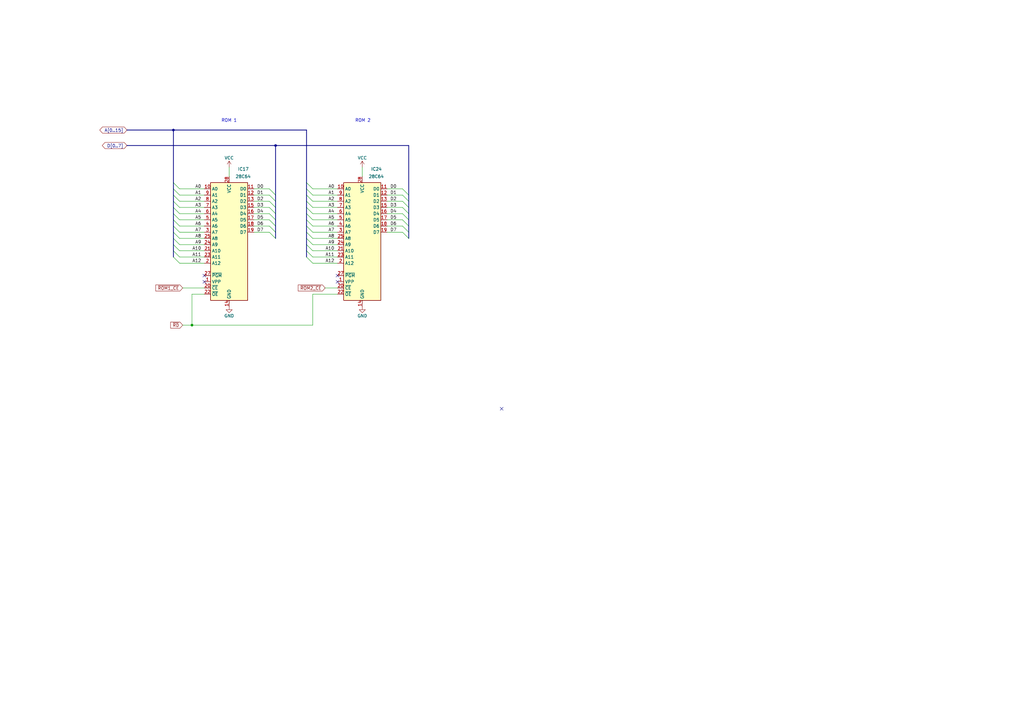
<source format=kicad_sch>
(kicad_sch
	(version 20231120)
	(generator "eeschema")
	(generator_version "8.0")
	(uuid "cfb3617d-21dc-4358-bb99-51f1fc150230")
	(paper "A3")
	(title_block
		(title "EPROMS")
		(rev "1")
	)
	(lib_symbols
		(symbol "Memory_EPROM:2764"
			(exclude_from_sim no)
			(in_bom yes)
			(on_board yes)
			(property "Reference" "U"
				(at -7.62 24.13 0)
				(effects
					(font
						(size 1.27 1.27)
					)
				)
			)
			(property "Value" "2764"
				(at 2.54 -26.67 0)
				(effects
					(font
						(size 1.27 1.27)
					)
					(justify left)
				)
			)
			(property "Footprint" "Package_DIP:DIP-28_W15.24mm"
				(at 0 0 0)
				(effects
					(font
						(size 1.27 1.27)
					)
					(hide yes)
				)
			)
			(property "Datasheet" "https://downloads.reactivemicro.com/Electronics/ROM/2764%20EPROM.pdf"
				(at 0 0 0)
				(effects
					(font
						(size 1.27 1.27)
					)
					(hide yes)
				)
			)
			(property "Description" "EPROM 64 KiBit, [Obsolete 2000-11]"
				(at 0 0 0)
				(effects
					(font
						(size 1.27 1.27)
					)
					(hide yes)
				)
			)
			(property "ki_keywords" "EPROM 64KiBit"
				(at 0 0 0)
				(effects
					(font
						(size 1.27 1.27)
					)
					(hide yes)
				)
			)
			(property "ki_fp_filters" "DIP*W15.24mm*"
				(at 0 0 0)
				(effects
					(font
						(size 1.27 1.27)
					)
					(hide yes)
				)
			)
			(symbol "2764_1_1"
				(rectangle
					(start -7.62 22.86)
					(end 7.62 -25.4)
					(stroke
						(width 0.254)
						(type default)
					)
					(fill
						(type background)
					)
				)
				(pin input line
					(at -10.16 -17.78 0)
					(length 2.54)
					(name "VPP"
						(effects
							(font
								(size 1.27 1.27)
							)
						)
					)
					(number "1"
						(effects
							(font
								(size 1.27 1.27)
							)
						)
					)
				)
				(pin input line
					(at -10.16 20.32 0)
					(length 2.54)
					(name "A0"
						(effects
							(font
								(size 1.27 1.27)
							)
						)
					)
					(number "10"
						(effects
							(font
								(size 1.27 1.27)
							)
						)
					)
				)
				(pin tri_state line
					(at 10.16 20.32 180)
					(length 2.54)
					(name "D0"
						(effects
							(font
								(size 1.27 1.27)
							)
						)
					)
					(number "11"
						(effects
							(font
								(size 1.27 1.27)
							)
						)
					)
				)
				(pin tri_state line
					(at 10.16 17.78 180)
					(length 2.54)
					(name "D1"
						(effects
							(font
								(size 1.27 1.27)
							)
						)
					)
					(number "12"
						(effects
							(font
								(size 1.27 1.27)
							)
						)
					)
				)
				(pin tri_state line
					(at 10.16 15.24 180)
					(length 2.54)
					(name "D2"
						(effects
							(font
								(size 1.27 1.27)
							)
						)
					)
					(number "13"
						(effects
							(font
								(size 1.27 1.27)
							)
						)
					)
				)
				(pin power_in line
					(at 0 -27.94 90)
					(length 2.54)
					(name "GND"
						(effects
							(font
								(size 1.27 1.27)
							)
						)
					)
					(number "14"
						(effects
							(font
								(size 1.27 1.27)
							)
						)
					)
				)
				(pin tri_state line
					(at 10.16 12.7 180)
					(length 2.54)
					(name "D3"
						(effects
							(font
								(size 1.27 1.27)
							)
						)
					)
					(number "15"
						(effects
							(font
								(size 1.27 1.27)
							)
						)
					)
				)
				(pin tri_state line
					(at 10.16 10.16 180)
					(length 2.54)
					(name "D4"
						(effects
							(font
								(size 1.27 1.27)
							)
						)
					)
					(number "16"
						(effects
							(font
								(size 1.27 1.27)
							)
						)
					)
				)
				(pin tri_state line
					(at 10.16 7.62 180)
					(length 2.54)
					(name "D5"
						(effects
							(font
								(size 1.27 1.27)
							)
						)
					)
					(number "17"
						(effects
							(font
								(size 1.27 1.27)
							)
						)
					)
				)
				(pin tri_state line
					(at 10.16 5.08 180)
					(length 2.54)
					(name "D6"
						(effects
							(font
								(size 1.27 1.27)
							)
						)
					)
					(number "18"
						(effects
							(font
								(size 1.27 1.27)
							)
						)
					)
				)
				(pin tri_state line
					(at 10.16 2.54 180)
					(length 2.54)
					(name "D7"
						(effects
							(font
								(size 1.27 1.27)
							)
						)
					)
					(number "19"
						(effects
							(font
								(size 1.27 1.27)
							)
						)
					)
				)
				(pin input line
					(at -10.16 -10.16 0)
					(length 2.54)
					(name "A12"
						(effects
							(font
								(size 1.27 1.27)
							)
						)
					)
					(number "2"
						(effects
							(font
								(size 1.27 1.27)
							)
						)
					)
				)
				(pin input line
					(at -10.16 -20.32 0)
					(length 2.54)
					(name "~{CE}"
						(effects
							(font
								(size 1.27 1.27)
							)
						)
					)
					(number "20"
						(effects
							(font
								(size 1.27 1.27)
							)
						)
					)
				)
				(pin input line
					(at -10.16 -5.08 0)
					(length 2.54)
					(name "A10"
						(effects
							(font
								(size 1.27 1.27)
							)
						)
					)
					(number "21"
						(effects
							(font
								(size 1.27 1.27)
							)
						)
					)
				)
				(pin input line
					(at -10.16 -22.86 0)
					(length 2.54)
					(name "~{OE}"
						(effects
							(font
								(size 1.27 1.27)
							)
						)
					)
					(number "22"
						(effects
							(font
								(size 1.27 1.27)
							)
						)
					)
				)
				(pin input line
					(at -10.16 -7.62 0)
					(length 2.54)
					(name "A11"
						(effects
							(font
								(size 1.27 1.27)
							)
						)
					)
					(number "23"
						(effects
							(font
								(size 1.27 1.27)
							)
						)
					)
				)
				(pin input line
					(at -10.16 -2.54 0)
					(length 2.54)
					(name "A9"
						(effects
							(font
								(size 1.27 1.27)
							)
						)
					)
					(number "24"
						(effects
							(font
								(size 1.27 1.27)
							)
						)
					)
				)
				(pin input line
					(at -10.16 0 0)
					(length 2.54)
					(name "A8"
						(effects
							(font
								(size 1.27 1.27)
							)
						)
					)
					(number "25"
						(effects
							(font
								(size 1.27 1.27)
							)
						)
					)
				)
				(pin no_connect line
					(at 7.62 0 180)
					(length 2.54) hide
					(name "NC"
						(effects
							(font
								(size 1.27 1.27)
							)
						)
					)
					(number "26"
						(effects
							(font
								(size 1.27 1.27)
							)
						)
					)
				)
				(pin input line
					(at -10.16 -15.24 0)
					(length 2.54)
					(name "~{PGM}"
						(effects
							(font
								(size 1.27 1.27)
							)
						)
					)
					(number "27"
						(effects
							(font
								(size 1.27 1.27)
							)
						)
					)
				)
				(pin power_in line
					(at 0 25.4 270)
					(length 2.54)
					(name "VCC"
						(effects
							(font
								(size 1.27 1.27)
							)
						)
					)
					(number "28"
						(effects
							(font
								(size 1.27 1.27)
							)
						)
					)
				)
				(pin input line
					(at -10.16 2.54 0)
					(length 2.54)
					(name "A7"
						(effects
							(font
								(size 1.27 1.27)
							)
						)
					)
					(number "3"
						(effects
							(font
								(size 1.27 1.27)
							)
						)
					)
				)
				(pin input line
					(at -10.16 5.08 0)
					(length 2.54)
					(name "A6"
						(effects
							(font
								(size 1.27 1.27)
							)
						)
					)
					(number "4"
						(effects
							(font
								(size 1.27 1.27)
							)
						)
					)
				)
				(pin input line
					(at -10.16 7.62 0)
					(length 2.54)
					(name "A5"
						(effects
							(font
								(size 1.27 1.27)
							)
						)
					)
					(number "5"
						(effects
							(font
								(size 1.27 1.27)
							)
						)
					)
				)
				(pin input line
					(at -10.16 10.16 0)
					(length 2.54)
					(name "A4"
						(effects
							(font
								(size 1.27 1.27)
							)
						)
					)
					(number "6"
						(effects
							(font
								(size 1.27 1.27)
							)
						)
					)
				)
				(pin input line
					(at -10.16 12.7 0)
					(length 2.54)
					(name "A3"
						(effects
							(font
								(size 1.27 1.27)
							)
						)
					)
					(number "7"
						(effects
							(font
								(size 1.27 1.27)
							)
						)
					)
				)
				(pin input line
					(at -10.16 15.24 0)
					(length 2.54)
					(name "A2"
						(effects
							(font
								(size 1.27 1.27)
							)
						)
					)
					(number "8"
						(effects
							(font
								(size 1.27 1.27)
							)
						)
					)
				)
				(pin input line
					(at -10.16 17.78 0)
					(length 2.54)
					(name "A1"
						(effects
							(font
								(size 1.27 1.27)
							)
						)
					)
					(number "9"
						(effects
							(font
								(size 1.27 1.27)
							)
						)
					)
				)
			)
		)
		(symbol "power:GND"
			(power)
			(pin_names
				(offset 0)
			)
			(exclude_from_sim no)
			(in_bom yes)
			(on_board yes)
			(property "Reference" "#PWR"
				(at 0 -6.35 0)
				(effects
					(font
						(size 1.27 1.27)
					)
					(hide yes)
				)
			)
			(property "Value" "GND"
				(at 0 -3.81 0)
				(effects
					(font
						(size 1.27 1.27)
					)
				)
			)
			(property "Footprint" ""
				(at 0 0 0)
				(effects
					(font
						(size 1.27 1.27)
					)
					(hide yes)
				)
			)
			(property "Datasheet" ""
				(at 0 0 0)
				(effects
					(font
						(size 1.27 1.27)
					)
					(hide yes)
				)
			)
			(property "Description" "Power symbol creates a global label with name \"GND\" , ground"
				(at 0 0 0)
				(effects
					(font
						(size 1.27 1.27)
					)
					(hide yes)
				)
			)
			(property "ki_keywords" "global power"
				(at 0 0 0)
				(effects
					(font
						(size 1.27 1.27)
					)
					(hide yes)
				)
			)
			(symbol "GND_0_1"
				(polyline
					(pts
						(xy 0 0) (xy 0 -1.27) (xy 1.27 -1.27) (xy 0 -2.54) (xy -1.27 -1.27) (xy 0 -1.27)
					)
					(stroke
						(width 0)
						(type default)
					)
					(fill
						(type none)
					)
				)
			)
			(symbol "GND_1_1"
				(pin power_in line
					(at 0 0 270)
					(length 0) hide
					(name "GND"
						(effects
							(font
								(size 1.27 1.27)
							)
						)
					)
					(number "1"
						(effects
							(font
								(size 1.27 1.27)
							)
						)
					)
				)
			)
		)
		(symbol "power:VCC"
			(power)
			(pin_names
				(offset 0)
			)
			(exclude_from_sim no)
			(in_bom yes)
			(on_board yes)
			(property "Reference" "#PWR"
				(at 0 -3.81 0)
				(effects
					(font
						(size 1.27 1.27)
					)
					(hide yes)
				)
			)
			(property "Value" "VCC"
				(at 0 3.81 0)
				(effects
					(font
						(size 1.27 1.27)
					)
				)
			)
			(property "Footprint" ""
				(at 0 0 0)
				(effects
					(font
						(size 1.27 1.27)
					)
					(hide yes)
				)
			)
			(property "Datasheet" ""
				(at 0 0 0)
				(effects
					(font
						(size 1.27 1.27)
					)
					(hide yes)
				)
			)
			(property "Description" "Power symbol creates a global label with name \"VCC\""
				(at 0 0 0)
				(effects
					(font
						(size 1.27 1.27)
					)
					(hide yes)
				)
			)
			(property "ki_keywords" "global power"
				(at 0 0 0)
				(effects
					(font
						(size 1.27 1.27)
					)
					(hide yes)
				)
			)
			(symbol "VCC_0_1"
				(polyline
					(pts
						(xy -0.762 1.27) (xy 0 2.54)
					)
					(stroke
						(width 0)
						(type default)
					)
					(fill
						(type none)
					)
				)
				(polyline
					(pts
						(xy 0 0) (xy 0 2.54)
					)
					(stroke
						(width 0)
						(type default)
					)
					(fill
						(type none)
					)
				)
				(polyline
					(pts
						(xy 0 2.54) (xy 0.762 1.27)
					)
					(stroke
						(width 0)
						(type default)
					)
					(fill
						(type none)
					)
				)
			)
			(symbol "VCC_1_1"
				(pin power_in line
					(at 0 0 90)
					(length 0) hide
					(name "VCC"
						(effects
							(font
								(size 1.27 1.27)
							)
						)
					)
					(number "1"
						(effects
							(font
								(size 1.27 1.27)
							)
						)
					)
				)
			)
		)
	)
	(junction
		(at 113.03 59.69)
		(diameter 0)
		(color 0 0 0 0)
		(uuid "a5bfe3d1-6b52-47d4-829d-988b06a98f37")
	)
	(junction
		(at 78.74 133.35)
		(diameter 0)
		(color 0 0 0 0)
		(uuid "bb36d634-fa51-4da2-b16d-87fff0b1d5df")
	)
	(junction
		(at 71.12 53.34)
		(diameter 0)
		(color 0 0 0 0)
		(uuid "ea954ec9-50bb-41fd-9f41-840c2a115eed")
	)
	(no_connect
		(at 83.82 115.57)
		(uuid "2e9a25bd-0f7f-4343-a245-a1da6b6852ab")
	)
	(no_connect
		(at 138.43 113.03)
		(uuid "48ebb213-f7cd-40a5-a543-e71e8cb0fa8a")
	)
	(no_connect
		(at 138.43 115.57)
		(uuid "5d460b5a-86ef-4416-87e7-48bb15cd9a1c")
	)
	(no_connect
		(at 205.74 167.64)
		(uuid "81912858-1225-4932-9472-1bab30df261a")
	)
	(no_connect
		(at 83.82 113.03)
		(uuid "fc44c6f6-2423-47f3-a69c-dc997cf47da4")
	)
	(bus_entry
		(at 128.27 102.87)
		(size -2.54 -2.54)
		(stroke
			(width 0)
			(type default)
		)
		(uuid "0ea1e046-c1e4-4c27-8542-34c0d533f810")
	)
	(bus_entry
		(at 110.49 92.71)
		(size 2.54 2.54)
		(stroke
			(width 0)
			(type default)
		)
		(uuid "1014d05b-55bc-4e38-91cf-93adccbe2723")
	)
	(bus_entry
		(at 128.27 105.41)
		(size -2.54 -2.54)
		(stroke
			(width 0)
			(type default)
		)
		(uuid "187948db-e87d-4069-b3bf-73173b4401b5")
	)
	(bus_entry
		(at 73.66 105.41)
		(size -2.54 -2.54)
		(stroke
			(width 0)
			(type default)
		)
		(uuid "20ed3174-a230-48cc-a1af-3b44308bc4e3")
	)
	(bus_entry
		(at 73.66 107.95)
		(size -2.54 -2.54)
		(stroke
			(width 0)
			(type default)
		)
		(uuid "217d8e1f-d3fa-4567-8197-02fed0c8f4b0")
	)
	(bus_entry
		(at 128.27 107.95)
		(size -2.54 -2.54)
		(stroke
			(width 0)
			(type default)
		)
		(uuid "25493631-90f6-407d-a5ca-3a833d47c5e6")
	)
	(bus_entry
		(at 110.49 80.01)
		(size 2.54 2.54)
		(stroke
			(width 0)
			(type default)
		)
		(uuid "29280da2-3c1e-43dd-8aa1-34b5c1ff905c")
	)
	(bus_entry
		(at 165.1 87.63)
		(size 2.54 2.54)
		(stroke
			(width 0)
			(type default)
		)
		(uuid "3f5ac2f0-9795-4f36-a3a5-65d72c8a7817")
	)
	(bus_entry
		(at 128.27 100.33)
		(size -2.54 -2.54)
		(stroke
			(width 0)
			(type default)
		)
		(uuid "44d36061-ad8e-4ece-a360-0dbfb06ef8ff")
	)
	(bus_entry
		(at 73.66 77.47)
		(size -2.54 -2.54)
		(stroke
			(width 0)
			(type default)
		)
		(uuid "5a3c7f04-9140-418b-8d6b-bd2c690bef69")
	)
	(bus_entry
		(at 110.49 95.25)
		(size 2.54 2.54)
		(stroke
			(width 0)
			(type default)
		)
		(uuid "69acf90c-2a8d-41a5-ae44-27529fd670aa")
	)
	(bus_entry
		(at 110.49 90.17)
		(size 2.54 2.54)
		(stroke
			(width 0)
			(type default)
		)
		(uuid "6bda7f56-2c04-467f-bfc7-d307b18befc8")
	)
	(bus_entry
		(at 165.1 90.17)
		(size 2.54 2.54)
		(stroke
			(width 0)
			(type default)
		)
		(uuid "6f8b70e0-7f4b-4909-9b3a-519b18f9ca2a")
	)
	(bus_entry
		(at 128.27 77.47)
		(size -2.54 -2.54)
		(stroke
			(width 0)
			(type default)
		)
		(uuid "74a20ee1-6c9e-4983-b7e1-86cbbae67561")
	)
	(bus_entry
		(at 128.27 82.55)
		(size -2.54 -2.54)
		(stroke
			(width 0)
			(type default)
		)
		(uuid "7b1b7296-2f42-4cfd-b984-df99a411d206")
	)
	(bus_entry
		(at 73.66 102.87)
		(size -2.54 -2.54)
		(stroke
			(width 0)
			(type default)
		)
		(uuid "8620c400-c46b-4ed2-b311-2eef51e8ef00")
	)
	(bus_entry
		(at 165.1 95.25)
		(size 2.54 2.54)
		(stroke
			(width 0)
			(type default)
		)
		(uuid "8f10f96f-fd7b-417b-a7f4-54472c98d237")
	)
	(bus_entry
		(at 128.27 90.17)
		(size -2.54 -2.54)
		(stroke
			(width 0)
			(type default)
		)
		(uuid "91b5a1b5-75b8-4c98-96eb-879ceb5451f3")
	)
	(bus_entry
		(at 73.66 80.01)
		(size -2.54 -2.54)
		(stroke
			(width 0)
			(type default)
		)
		(uuid "96e9393a-3d08-42d3-aaaf-3209ef620855")
	)
	(bus_entry
		(at 128.27 92.71)
		(size -2.54 -2.54)
		(stroke
			(width 0)
			(type default)
		)
		(uuid "9f36fc24-a032-4a76-816c-94fab61c68f1")
	)
	(bus_entry
		(at 165.1 77.47)
		(size 2.54 2.54)
		(stroke
			(width 0)
			(type default)
		)
		(uuid "a09a03b1-9109-43ea-a3ac-5a7753c7fa33")
	)
	(bus_entry
		(at 73.66 85.09)
		(size -2.54 -2.54)
		(stroke
			(width 0)
			(type default)
		)
		(uuid "a5381790-56ee-47df-93a1-076752f4aacd")
	)
	(bus_entry
		(at 110.49 77.47)
		(size 2.54 2.54)
		(stroke
			(width 0)
			(type default)
		)
		(uuid "a6b17495-83ea-4e29-8af1-a5cc045e7263")
	)
	(bus_entry
		(at 128.27 97.79)
		(size -2.54 -2.54)
		(stroke
			(width 0)
			(type default)
		)
		(uuid "a886c0f2-4d9f-46a8-80cb-73892aeeb869")
	)
	(bus_entry
		(at 73.66 92.71)
		(size -2.54 -2.54)
		(stroke
			(width 0)
			(type default)
		)
		(uuid "ac774465-f286-447b-a944-207b5a926e12")
	)
	(bus_entry
		(at 73.66 87.63)
		(size -2.54 -2.54)
		(stroke
			(width 0)
			(type default)
		)
		(uuid "ae9a7a63-9457-49c1-94f9-c87cb622e092")
	)
	(bus_entry
		(at 110.49 87.63)
		(size 2.54 2.54)
		(stroke
			(width 0)
			(type default)
		)
		(uuid "b166bf72-40cb-4460-90a9-4d2ac171ba71")
	)
	(bus_entry
		(at 73.66 100.33)
		(size -2.54 -2.54)
		(stroke
			(width 0)
			(type default)
		)
		(uuid "b176f61a-0a23-4e22-b3bd-aae5703ab166")
	)
	(bus_entry
		(at 110.49 82.55)
		(size 2.54 2.54)
		(stroke
			(width 0)
			(type default)
		)
		(uuid "b284d1e0-2efa-403a-a1a2-b775d6deedef")
	)
	(bus_entry
		(at 128.27 85.09)
		(size -2.54 -2.54)
		(stroke
			(width 0)
			(type default)
		)
		(uuid "b911cca4-f1f8-4492-a7c4-f6d5231fba67")
	)
	(bus_entry
		(at 128.27 87.63)
		(size -2.54 -2.54)
		(stroke
			(width 0)
			(type default)
		)
		(uuid "ba64187b-eb65-4702-979d-72e89a7115b8")
	)
	(bus_entry
		(at 165.1 92.71)
		(size 2.54 2.54)
		(stroke
			(width 0)
			(type default)
		)
		(uuid "bb418064-cec6-4808-a92e-14425eb9708a")
	)
	(bus_entry
		(at 73.66 90.17)
		(size -2.54 -2.54)
		(stroke
			(width 0)
			(type default)
		)
		(uuid "bc95ac35-09ad-4bef-8a3e-747bb86a6197")
	)
	(bus_entry
		(at 165.1 80.01)
		(size 2.54 2.54)
		(stroke
			(width 0)
			(type default)
		)
		(uuid "bd4f2458-308b-48a7-afa8-287403b0e943")
	)
	(bus_entry
		(at 128.27 80.01)
		(size -2.54 -2.54)
		(stroke
			(width 0)
			(type default)
		)
		(uuid "d202ac19-65be-46f7-bee7-3dde07de4fba")
	)
	(bus_entry
		(at 110.49 85.09)
		(size 2.54 2.54)
		(stroke
			(width 0)
			(type default)
		)
		(uuid "d92bc45d-acb8-4033-a484-bddee3fc7abb")
	)
	(bus_entry
		(at 128.27 95.25)
		(size -2.54 -2.54)
		(stroke
			(width 0)
			(type default)
		)
		(uuid "db197a8e-3923-43b4-a63e-8d0ed8473170")
	)
	(bus_entry
		(at 165.1 85.09)
		(size 2.54 2.54)
		(stroke
			(width 0)
			(type default)
		)
		(uuid "dd06e9be-6352-4a20-a206-d08454087f55")
	)
	(bus_entry
		(at 73.66 82.55)
		(size -2.54 -2.54)
		(stroke
			(width 0)
			(type default)
		)
		(uuid "e3407cf3-ef95-4d58-9d15-e3e7b54de4f0")
	)
	(bus_entry
		(at 73.66 95.25)
		(size -2.54 -2.54)
		(stroke
			(width 0)
			(type default)
		)
		(uuid "f96fd347-8902-42b3-b853-e06e1ec95335")
	)
	(bus_entry
		(at 73.66 97.79)
		(size -2.54 -2.54)
		(stroke
			(width 0)
			(type default)
		)
		(uuid "f9b26815-d421-46e7-8950-b9ec350ec811")
	)
	(bus_entry
		(at 165.1 82.55)
		(size 2.54 2.54)
		(stroke
			(width 0)
			(type default)
		)
		(uuid "fc628383-3b1e-43a8-ac88-f3545870924b")
	)
	(bus
		(pts
			(xy 167.64 85.09) (xy 167.64 87.63)
		)
		(stroke
			(width 0)
			(type default)
		)
		(uuid "000d094a-c590-429c-a875-a858bd37984b")
	)
	(bus
		(pts
			(xy 113.03 90.17) (xy 113.03 92.71)
		)
		(stroke
			(width 0)
			(type default)
		)
		(uuid "035789c6-fada-407b-834f-87eca32c615a")
	)
	(wire
		(pts
			(xy 104.14 92.71) (xy 110.49 92.71)
		)
		(stroke
			(width 0)
			(type default)
		)
		(uuid "06e5e256-568e-40ac-887d-981f42efda89")
	)
	(bus
		(pts
			(xy 167.64 59.69) (xy 167.64 80.01)
		)
		(stroke
			(width 0)
			(type default)
		)
		(uuid "08d20691-78e3-4e12-b839-ddcfb574d476")
	)
	(bus
		(pts
			(xy 125.73 97.79) (xy 125.73 95.25)
		)
		(stroke
			(width 0)
			(type default)
		)
		(uuid "09c05527-f97c-4ee9-be81-940d6f596d8d")
	)
	(wire
		(pts
			(xy 158.75 90.17) (xy 165.1 90.17)
		)
		(stroke
			(width 0)
			(type default)
		)
		(uuid "0dd2b3c9-3527-4b39-9de4-a19729d7771b")
	)
	(bus
		(pts
			(xy 125.73 102.87) (xy 125.73 100.33)
		)
		(stroke
			(width 0)
			(type default)
		)
		(uuid "185a9ce2-238e-4156-ab8a-227b69824a38")
	)
	(bus
		(pts
			(xy 71.12 102.87) (xy 71.12 100.33)
		)
		(stroke
			(width 0)
			(type default)
		)
		(uuid "1941ac8a-80dd-4c79-83f5-3975baafddd1")
	)
	(bus
		(pts
			(xy 52.07 53.34) (xy 71.12 53.34)
		)
		(stroke
			(width 0)
			(type default)
		)
		(uuid "1a772de7-4b3d-41cb-849a-389aad0f096e")
	)
	(wire
		(pts
			(xy 128.27 120.65) (xy 128.27 133.35)
		)
		(stroke
			(width 0)
			(type default)
		)
		(uuid "1bb708d7-aeca-4d1f-9519-d7ee5fe9fafc")
	)
	(bus
		(pts
			(xy 167.64 92.71) (xy 167.64 95.25)
		)
		(stroke
			(width 0)
			(type default)
		)
		(uuid "1bd961ae-ff8f-4897-95db-3a50c33a853a")
	)
	(wire
		(pts
			(xy 138.43 97.79) (xy 128.27 97.79)
		)
		(stroke
			(width 0)
			(type default)
		)
		(uuid "1e6f8999-ba15-4e5a-844b-29418179f75a")
	)
	(bus
		(pts
			(xy 125.73 85.09) (xy 125.73 82.55)
		)
		(stroke
			(width 0)
			(type default)
		)
		(uuid "20468aaf-fde2-4eb3-8f9e-f5ac1b8227ff")
	)
	(wire
		(pts
			(xy 83.82 82.55) (xy 73.66 82.55)
		)
		(stroke
			(width 0)
			(type default)
		)
		(uuid "20fc64cd-0640-4155-93e8-b40a0114bfd2")
	)
	(bus
		(pts
			(xy 71.12 85.09) (xy 71.12 82.55)
		)
		(stroke
			(width 0)
			(type default)
		)
		(uuid "2173ec42-8d83-49cb-a7e2-b6869a7a7981")
	)
	(bus
		(pts
			(xy 167.64 80.01) (xy 167.64 82.55)
		)
		(stroke
			(width 0)
			(type default)
		)
		(uuid "219d8551-0618-4854-8180-1a6bfe2dcc2a")
	)
	(bus
		(pts
			(xy 167.64 82.55) (xy 167.64 85.09)
		)
		(stroke
			(width 0)
			(type default)
		)
		(uuid "23e95d21-fa74-4ea0-8064-d72547a6a894")
	)
	(wire
		(pts
			(xy 158.75 85.09) (xy 165.1 85.09)
		)
		(stroke
			(width 0)
			(type default)
		)
		(uuid "24553147-6b51-47f8-b2e6-c9df26f6ef95")
	)
	(wire
		(pts
			(xy 74.93 118.11) (xy 83.82 118.11)
		)
		(stroke
			(width 0)
			(type default)
		)
		(uuid "29b0fb12-56c1-4fb5-a41a-ed140843253e")
	)
	(wire
		(pts
			(xy 83.82 80.01) (xy 73.66 80.01)
		)
		(stroke
			(width 0)
			(type default)
		)
		(uuid "323eff8e-a13e-42cd-8ebe-265da71305ba")
	)
	(wire
		(pts
			(xy 148.59 68.58) (xy 148.59 72.39)
		)
		(stroke
			(width 0)
			(type default)
		)
		(uuid "357b8962-dcc3-4ed8-85d4-7ed4eb6b5312")
	)
	(bus
		(pts
			(xy 71.12 92.71) (xy 71.12 90.17)
		)
		(stroke
			(width 0)
			(type default)
		)
		(uuid "3718897d-c3ee-403f-aefe-036000beb24c")
	)
	(wire
		(pts
			(xy 133.35 118.11) (xy 138.43 118.11)
		)
		(stroke
			(width 0)
			(type default)
		)
		(uuid "3c7e437a-f204-4a7a-89aa-11ead938189f")
	)
	(wire
		(pts
			(xy 138.43 102.87) (xy 128.27 102.87)
		)
		(stroke
			(width 0)
			(type default)
		)
		(uuid "3d315f51-2193-4bf2-b3d7-ac27b402aee2")
	)
	(bus
		(pts
			(xy 167.64 95.25) (xy 167.64 97.79)
		)
		(stroke
			(width 0)
			(type default)
		)
		(uuid "3e175e26-a11b-456b-af7e-890de65e89de")
	)
	(wire
		(pts
			(xy 104.14 95.25) (xy 110.49 95.25)
		)
		(stroke
			(width 0)
			(type default)
		)
		(uuid "45efc51d-7823-4680-b1ad-f9cb7c4e1f1c")
	)
	(wire
		(pts
			(xy 93.98 68.58) (xy 93.98 72.39)
		)
		(stroke
			(width 0)
			(type default)
		)
		(uuid "4607d7b2-d807-4f47-8968-0d79569ea8ce")
	)
	(wire
		(pts
			(xy 138.43 90.17) (xy 128.27 90.17)
		)
		(stroke
			(width 0)
			(type default)
		)
		(uuid "4bf55747-8234-4b5e-b5c0-6f3fafb5ca3c")
	)
	(wire
		(pts
			(xy 138.43 85.09) (xy 128.27 85.09)
		)
		(stroke
			(width 0)
			(type default)
		)
		(uuid "4c744b0a-8e3b-4192-9b21-6e52a3152055")
	)
	(wire
		(pts
			(xy 128.27 120.65) (xy 138.43 120.65)
		)
		(stroke
			(width 0)
			(type default)
		)
		(uuid "53bcc8ae-6491-4a16-9cc7-a9a7f829fc83")
	)
	(wire
		(pts
			(xy 78.74 120.65) (xy 83.82 120.65)
		)
		(stroke
			(width 0)
			(type default)
		)
		(uuid "56ea8917-d15e-49e2-9dda-f82456a5d690")
	)
	(wire
		(pts
			(xy 83.82 95.25) (xy 73.66 95.25)
		)
		(stroke
			(width 0)
			(type default)
		)
		(uuid "57a46a4c-1ba1-4d65-b2a7-e265f9354dff")
	)
	(bus
		(pts
			(xy 71.12 97.79) (xy 71.12 95.25)
		)
		(stroke
			(width 0)
			(type default)
		)
		(uuid "5863e21c-4993-4055-9e0e-ca53eca7065c")
	)
	(wire
		(pts
			(xy 74.93 133.35) (xy 78.74 133.35)
		)
		(stroke
			(width 0)
			(type default)
		)
		(uuid "5a4cd1a6-a423-45a6-8501-4c1fcb1bdfe0")
	)
	(wire
		(pts
			(xy 158.75 77.47) (xy 165.1 77.47)
		)
		(stroke
			(width 0)
			(type default)
		)
		(uuid "5e882d52-4203-4202-a785-cbe65a71736a")
	)
	(wire
		(pts
			(xy 83.82 85.09) (xy 73.66 85.09)
		)
		(stroke
			(width 0)
			(type default)
		)
		(uuid "601027e0-5413-40a3-b581-40d08d21d05e")
	)
	(wire
		(pts
			(xy 158.75 80.01) (xy 165.1 80.01)
		)
		(stroke
			(width 0)
			(type default)
		)
		(uuid "6780b1f5-6745-4c61-b6d6-22c80d76d4fd")
	)
	(bus
		(pts
			(xy 125.73 95.25) (xy 125.73 92.71)
		)
		(stroke
			(width 0)
			(type default)
		)
		(uuid "68d82dc9-79ab-41c0-8676-7f8095b910af")
	)
	(wire
		(pts
			(xy 104.14 85.09) (xy 110.49 85.09)
		)
		(stroke
			(width 0)
			(type default)
		)
		(uuid "6aa08970-2d3f-45fc-9626-f810174c2788")
	)
	(bus
		(pts
			(xy 167.64 87.63) (xy 167.64 90.17)
		)
		(stroke
			(width 0)
			(type default)
		)
		(uuid "7bd12962-0ab6-4d07-a8ac-27f460e719c7")
	)
	(bus
		(pts
			(xy 71.12 82.55) (xy 71.12 80.01)
		)
		(stroke
			(width 0)
			(type default)
		)
		(uuid "7e0a7985-575b-4115-a2de-043024c4f9b3")
	)
	(bus
		(pts
			(xy 71.12 77.47) (xy 71.12 74.93)
		)
		(stroke
			(width 0)
			(type default)
		)
		(uuid "7ffe3bf2-fa66-45ca-83af-953c8e5fb447")
	)
	(bus
		(pts
			(xy 125.73 102.87) (xy 125.73 105.41)
		)
		(stroke
			(width 0)
			(type default)
		)
		(uuid "8107ceb4-c8ed-4a80-8e15-1c71b73bea2c")
	)
	(bus
		(pts
			(xy 125.73 80.01) (xy 125.73 77.47)
		)
		(stroke
			(width 0)
			(type default)
		)
		(uuid "810b54d6-065c-461f-aed2-c1fa5910313d")
	)
	(bus
		(pts
			(xy 125.73 82.55) (xy 125.73 80.01)
		)
		(stroke
			(width 0)
			(type default)
		)
		(uuid "8861c119-e042-46b4-8cce-8082556eb720")
	)
	(wire
		(pts
			(xy 104.14 90.17) (xy 110.49 90.17)
		)
		(stroke
			(width 0)
			(type default)
		)
		(uuid "89bb9e39-ddb8-4ebb-9cfe-d683548bfb0e")
	)
	(bus
		(pts
			(xy 125.73 92.71) (xy 125.73 90.17)
		)
		(stroke
			(width 0)
			(type default)
		)
		(uuid "8a7908c8-11a4-4156-85da-a30e0383bb98")
	)
	(wire
		(pts
			(xy 83.82 100.33) (xy 73.66 100.33)
		)
		(stroke
			(width 0)
			(type default)
		)
		(uuid "8ac5093f-6195-4063-ab15-b7810d715cc3")
	)
	(wire
		(pts
			(xy 138.43 80.01) (xy 128.27 80.01)
		)
		(stroke
			(width 0)
			(type default)
		)
		(uuid "90f7cc58-ba3c-490b-bc4c-21310624d02f")
	)
	(wire
		(pts
			(xy 83.82 102.87) (xy 73.66 102.87)
		)
		(stroke
			(width 0)
			(type default)
		)
		(uuid "969fc9c9-0d54-47f3-b70f-991cf0f6a64c")
	)
	(wire
		(pts
			(xy 104.14 77.47) (xy 110.49 77.47)
		)
		(stroke
			(width 0)
			(type default)
		)
		(uuid "989ea4b3-35f8-46bf-b478-e601a57455b4")
	)
	(bus
		(pts
			(xy 113.03 92.71) (xy 113.03 95.25)
		)
		(stroke
			(width 0)
			(type default)
		)
		(uuid "9b197f5e-4ca8-493e-a045-4e8dfe17c4ca")
	)
	(wire
		(pts
			(xy 83.82 97.79) (xy 73.66 97.79)
		)
		(stroke
			(width 0)
			(type default)
		)
		(uuid "9b3eeeaf-5b23-4230-94d2-ca803b1d8289")
	)
	(bus
		(pts
			(xy 167.64 90.17) (xy 167.64 92.71)
		)
		(stroke
			(width 0)
			(type default)
		)
		(uuid "9e58068c-d713-4f1b-80b5-81815b913874")
	)
	(wire
		(pts
			(xy 83.82 105.41) (xy 73.66 105.41)
		)
		(stroke
			(width 0)
			(type default)
		)
		(uuid "9fa47cc4-d66b-4713-a05b-8d51ecf9b64c")
	)
	(bus
		(pts
			(xy 52.07 59.69) (xy 113.03 59.69)
		)
		(stroke
			(width 0)
			(type default)
		)
		(uuid "a47ef855-a81c-4499-853c-022dda591396")
	)
	(bus
		(pts
			(xy 71.12 95.25) (xy 71.12 92.71)
		)
		(stroke
			(width 0)
			(type default)
		)
		(uuid "a644da91-c7b8-40b2-b52a-ffb8160cab11")
	)
	(wire
		(pts
			(xy 138.43 77.47) (xy 128.27 77.47)
		)
		(stroke
			(width 0)
			(type default)
		)
		(uuid "a7cc7085-4c06-45db-be2d-75b8ac6390c0")
	)
	(bus
		(pts
			(xy 113.03 82.55) (xy 113.03 85.09)
		)
		(stroke
			(width 0)
			(type default)
		)
		(uuid "a9072eb3-a190-4801-95a6-f6e8b932b803")
	)
	(bus
		(pts
			(xy 71.12 80.01) (xy 71.12 77.47)
		)
		(stroke
			(width 0)
			(type default)
		)
		(uuid "b094cae7-b49c-42f5-bb12-c9e7f08e8568")
	)
	(bus
		(pts
			(xy 71.12 102.87) (xy 71.12 105.41)
		)
		(stroke
			(width 0)
			(type default)
		)
		(uuid "b55c24ef-12f9-42d1-ab74-8609b48eb754")
	)
	(wire
		(pts
			(xy 138.43 82.55) (xy 128.27 82.55)
		)
		(stroke
			(width 0)
			(type default)
		)
		(uuid "b7812801-ec22-4da5-8464-3043eefb27b1")
	)
	(bus
		(pts
			(xy 71.12 53.34) (xy 71.12 74.93)
		)
		(stroke
			(width 0)
			(type default)
		)
		(uuid "b82b8e7a-69e8-4bb6-a0fd-2b349fe52621")
	)
	(bus
		(pts
			(xy 71.12 53.34) (xy 125.73 53.34)
		)
		(stroke
			(width 0)
			(type default)
		)
		(uuid "bbb6fb4a-b1ee-46db-a4b8-32aee44940ac")
	)
	(wire
		(pts
			(xy 158.75 82.55) (xy 165.1 82.55)
		)
		(stroke
			(width 0)
			(type default)
		)
		(uuid "bf9ae2bc-33a5-4d54-b066-9b9463fba6ab")
	)
	(wire
		(pts
			(xy 104.14 80.01) (xy 110.49 80.01)
		)
		(stroke
			(width 0)
			(type default)
		)
		(uuid "bfcd587e-e9d7-4a2b-bbae-ee9a6428d122")
	)
	(bus
		(pts
			(xy 71.12 87.63) (xy 71.12 85.09)
		)
		(stroke
			(width 0)
			(type default)
		)
		(uuid "c2bae647-2bd1-422c-9d97-c3f4d8167bbf")
	)
	(bus
		(pts
			(xy 113.03 95.25) (xy 113.03 97.79)
		)
		(stroke
			(width 0)
			(type default)
		)
		(uuid "c7fc612f-c1ad-4314-b94b-014b5d7a5c68")
	)
	(wire
		(pts
			(xy 83.82 77.47) (xy 73.66 77.47)
		)
		(stroke
			(width 0)
			(type default)
		)
		(uuid "c8529acb-2898-4315-adfd-eaa2d17e77fc")
	)
	(wire
		(pts
			(xy 138.43 95.25) (xy 128.27 95.25)
		)
		(stroke
			(width 0)
			(type default)
		)
		(uuid "ca3f0fdb-ee60-4193-8aee-a864c5b9af17")
	)
	(wire
		(pts
			(xy 104.14 82.55) (xy 110.49 82.55)
		)
		(stroke
			(width 0)
			(type default)
		)
		(uuid "cea05fa3-51cb-4154-94d3-c7e563c864db")
	)
	(wire
		(pts
			(xy 128.27 133.35) (xy 78.74 133.35)
		)
		(stroke
			(width 0)
			(type default)
		)
		(uuid "d10def73-5886-4fcf-b914-8ee741f9c5ba")
	)
	(bus
		(pts
			(xy 113.03 85.09) (xy 113.03 87.63)
		)
		(stroke
			(width 0)
			(type default)
		)
		(uuid "d4056a55-17b3-422c-ad3c-9af527ec74ef")
	)
	(wire
		(pts
			(xy 83.82 90.17) (xy 73.66 90.17)
		)
		(stroke
			(width 0)
			(type default)
		)
		(uuid "d4ccec6f-0a42-4554-8315-b2899a152668")
	)
	(bus
		(pts
			(xy 125.73 77.47) (xy 125.73 74.93)
		)
		(stroke
			(width 0)
			(type default)
		)
		(uuid "d5504950-2af1-4b01-857b-2166886d409f")
	)
	(bus
		(pts
			(xy 113.03 59.69) (xy 113.03 80.01)
		)
		(stroke
			(width 0)
			(type default)
		)
		(uuid "d9c04c0a-fc44-4ab3-84b3-76e9d5dd70c5")
	)
	(wire
		(pts
			(xy 83.82 107.95) (xy 73.66 107.95)
		)
		(stroke
			(width 0)
			(type default)
		)
		(uuid "da118c54-f7d8-46c3-9fc7-fee6ca1ec014")
	)
	(wire
		(pts
			(xy 138.43 92.71) (xy 128.27 92.71)
		)
		(stroke
			(width 0)
			(type default)
		)
		(uuid "dac0594b-9e25-48be-b29d-6b03142abf47")
	)
	(bus
		(pts
			(xy 125.73 100.33) (xy 125.73 97.79)
		)
		(stroke
			(width 0)
			(type default)
		)
		(uuid "ddfcf158-e401-468d-94da-8c44427cc072")
	)
	(wire
		(pts
			(xy 78.74 133.35) (xy 78.74 120.65)
		)
		(stroke
			(width 0)
			(type default)
		)
		(uuid "dea8eb41-385a-473d-825f-f0cf7a172bba")
	)
	(wire
		(pts
			(xy 83.82 87.63) (xy 73.66 87.63)
		)
		(stroke
			(width 0)
			(type default)
		)
		(uuid "e09dba41-d17f-45c0-a712-5542e5d94e29")
	)
	(wire
		(pts
			(xy 158.75 92.71) (xy 165.1 92.71)
		)
		(stroke
			(width 0)
			(type default)
		)
		(uuid "e30b5534-394f-41e2-b086-8a8e0658f6b5")
	)
	(wire
		(pts
			(xy 104.14 87.63) (xy 110.49 87.63)
		)
		(stroke
			(width 0)
			(type default)
		)
		(uuid "e63caeef-a0bd-41bd-8b1d-e028f9010a8d")
	)
	(wire
		(pts
			(xy 158.75 87.63) (xy 165.1 87.63)
		)
		(stroke
			(width 0)
			(type default)
		)
		(uuid "e7b76616-3075-468d-99b5-bb77e58a292c")
	)
	(wire
		(pts
			(xy 83.82 92.71) (xy 73.66 92.71)
		)
		(stroke
			(width 0)
			(type default)
		)
		(uuid "e81819df-9419-44e0-a4c8-268a14a4747f")
	)
	(bus
		(pts
			(xy 113.03 80.01) (xy 113.03 82.55)
		)
		(stroke
			(width 0)
			(type default)
		)
		(uuid "ebcaae91-bbfb-4023-acd1-4c121618ef9d")
	)
	(bus
		(pts
			(xy 113.03 87.63) (xy 113.03 90.17)
		)
		(stroke
			(width 0)
			(type default)
		)
		(uuid "ec62e5f1-a9d6-4329-9aa6-566aab0c1ef4")
	)
	(bus
		(pts
			(xy 71.12 90.17) (xy 71.12 87.63)
		)
		(stroke
			(width 0)
			(type default)
		)
		(uuid "ed319284-3d97-4fd5-8329-2d9b40b066a2")
	)
	(wire
		(pts
			(xy 138.43 105.41) (xy 128.27 105.41)
		)
		(stroke
			(width 0)
			(type default)
		)
		(uuid "ef6113ab-cbc6-43e3-a777-0870adcab61c")
	)
	(wire
		(pts
			(xy 138.43 100.33) (xy 128.27 100.33)
		)
		(stroke
			(width 0)
			(type default)
		)
		(uuid "f411bbdd-81a1-46ef-8f8e-b50105f931be")
	)
	(bus
		(pts
			(xy 125.73 87.63) (xy 125.73 85.09)
		)
		(stroke
			(width 0)
			(type default)
		)
		(uuid "f41620e0-8a73-4a92-a9b8-a4fbbdf4dade")
	)
	(wire
		(pts
			(xy 158.75 95.25) (xy 165.1 95.25)
		)
		(stroke
			(width 0)
			(type default)
		)
		(uuid "f4c40d64-c19d-40b2-9b51-c456c28db2d1")
	)
	(bus
		(pts
			(xy 113.03 59.69) (xy 167.64 59.69)
		)
		(stroke
			(width 0)
			(type default)
		)
		(uuid "f7c0f579-d1bb-4fb6-a28d-888ae3da42be")
	)
	(bus
		(pts
			(xy 125.73 90.17) (xy 125.73 87.63)
		)
		(stroke
			(width 0)
			(type default)
		)
		(uuid "f86947c4-5302-48b8-9395-225d1557a7f8")
	)
	(wire
		(pts
			(xy 138.43 107.95) (xy 128.27 107.95)
		)
		(stroke
			(width 0)
			(type default)
		)
		(uuid "f8836c0a-db8f-492b-bcfc-bb410d8b0938")
	)
	(bus
		(pts
			(xy 125.73 53.34) (xy 125.73 74.93)
		)
		(stroke
			(width 0)
			(type default)
		)
		(uuid "fab9203a-55ba-4fcc-9d04-3fcae57998cb")
	)
	(bus
		(pts
			(xy 71.12 100.33) (xy 71.12 97.79)
		)
		(stroke
			(width 0)
			(type default)
		)
		(uuid "fb0fd3ee-2d18-4840-b455-39af4fefd73e")
	)
	(wire
		(pts
			(xy 138.43 87.63) (xy 128.27 87.63)
		)
		(stroke
			(width 0)
			(type default)
		)
		(uuid "fcb5bcf9-2991-4116-88e3-89e719911cc3")
	)
	(text "ROM 1"
		(exclude_from_sim no)
		(at 93.98 49.53 0)
		(effects
			(font
				(size 1.27 1.27)
			)
		)
		(uuid "825c2e10-3921-459a-af44-73586875a11e")
	)
	(text "ROM 2\n"
		(exclude_from_sim no)
		(at 148.844 49.53 0)
		(effects
			(font
				(size 1.27 1.27)
			)
		)
		(uuid "e4ae8ee6-d548-44ef-bfc0-61fd6c138071")
	)
	(label "A8"
		(at 137.16 97.79 180)
		(fields_autoplaced yes)
		(effects
			(font
				(size 1.27 1.27)
			)
			(justify right bottom)
		)
		(uuid "00188f90-3103-4d99-9a34-5d9af6096443")
	)
	(label "A6"
		(at 82.55 92.71 180)
		(fields_autoplaced yes)
		(effects
			(font
				(size 1.27 1.27)
			)
			(justify right bottom)
		)
		(uuid "087dc94b-4e96-49c6-86ea-43b26292df95")
	)
	(label "A3"
		(at 82.55 85.09 180)
		(fields_autoplaced yes)
		(effects
			(font
				(size 1.27 1.27)
			)
			(justify right bottom)
		)
		(uuid "104a8326-e250-4508-bef6-d6fcc2c25c81")
	)
	(label "A0"
		(at 137.16 77.47 180)
		(fields_autoplaced yes)
		(effects
			(font
				(size 1.27 1.27)
			)
			(justify right bottom)
		)
		(uuid "14e7d3e7-a60a-4032-80bc-20e15addabe6")
	)
	(label "D7"
		(at 105.41 95.25 0)
		(fields_autoplaced yes)
		(effects
			(font
				(size 1.27 1.27)
			)
			(justify left bottom)
		)
		(uuid "219e0022-8f72-4beb-b208-23adbae87e39")
	)
	(label "D0"
		(at 160.02 77.47 0)
		(fields_autoplaced yes)
		(effects
			(font
				(size 1.27 1.27)
			)
			(justify left bottom)
		)
		(uuid "272e5c21-18a3-4a36-9a2e-d29a912fcefb")
	)
	(label "A10"
		(at 82.55 102.87 180)
		(fields_autoplaced yes)
		(effects
			(font
				(size 1.27 1.27)
			)
			(justify right bottom)
		)
		(uuid "364e15bb-791d-4be9-97bc-50c49d13fe07")
	)
	(label "A11"
		(at 82.55 105.41 180)
		(fields_autoplaced yes)
		(effects
			(font
				(size 1.27 1.27)
			)
			(justify right bottom)
		)
		(uuid "37054e66-4df5-40df-94f6-95060195ecc0")
	)
	(label "A9"
		(at 137.16 100.33 180)
		(fields_autoplaced yes)
		(effects
			(font
				(size 1.27 1.27)
			)
			(justify right bottom)
		)
		(uuid "370980e7-6478-436c-9777-041a9ec35356")
	)
	(label "D6"
		(at 160.02 92.71 0)
		(fields_autoplaced yes)
		(effects
			(font
				(size 1.27 1.27)
			)
			(justify left bottom)
		)
		(uuid "3ad088b9-bb54-4ebd-9d9d-6e59cf3f0410")
	)
	(label "A5"
		(at 82.55 90.17 180)
		(fields_autoplaced yes)
		(effects
			(font
				(size 1.27 1.27)
			)
			(justify right bottom)
		)
		(uuid "42f9dc2a-a1ad-4217-a6ac-b560cb6c0487")
	)
	(label "D4"
		(at 105.41 87.63 0)
		(fields_autoplaced yes)
		(effects
			(font
				(size 1.27 1.27)
			)
			(justify left bottom)
		)
		(uuid "44b46c83-4386-4de5-8301-427facce3373")
	)
	(label "D1"
		(at 160.02 80.01 0)
		(fields_autoplaced yes)
		(effects
			(font
				(size 1.27 1.27)
			)
			(justify left bottom)
		)
		(uuid "4e16268e-0e9e-4c50-9c95-df4b70772af0")
	)
	(label "D3"
		(at 105.41 85.09 0)
		(fields_autoplaced yes)
		(effects
			(font
				(size 1.27 1.27)
			)
			(justify left bottom)
		)
		(uuid "57dcb9f2-9b9b-4e15-87d8-57d630d7f0e4")
	)
	(label "D5"
		(at 160.02 90.17 0)
		(fields_autoplaced yes)
		(effects
			(font
				(size 1.27 1.27)
			)
			(justify left bottom)
		)
		(uuid "5e172457-2175-4bd1-920f-cb9bedaa8f86")
	)
	(label "A7"
		(at 82.55 95.25 180)
		(fields_autoplaced yes)
		(effects
			(font
				(size 1.27 1.27)
			)
			(justify right bottom)
		)
		(uuid "6545f358-9e82-4caf-8c21-89d1d5b375fd")
	)
	(label "A6"
		(at 137.16 92.71 180)
		(fields_autoplaced yes)
		(effects
			(font
				(size 1.27 1.27)
			)
			(justify right bottom)
		)
		(uuid "67cf4270-76e2-4206-8869-ae67b9d69c79")
	)
	(label "A7"
		(at 137.16 95.25 180)
		(fields_autoplaced yes)
		(effects
			(font
				(size 1.27 1.27)
			)
			(justify right bottom)
		)
		(uuid "69484d57-9e94-46ba-8d53-8c1d4d9d16c2")
	)
	(label "A8"
		(at 82.55 97.79 180)
		(fields_autoplaced yes)
		(effects
			(font
				(size 1.27 1.27)
			)
			(justify right bottom)
		)
		(uuid "69b75c68-3e59-4ffe-9e5b-0c4b826adcda")
	)
	(label "A2"
		(at 82.55 82.55 180)
		(fields_autoplaced yes)
		(effects
			(font
				(size 1.27 1.27)
			)
			(justify right bottom)
		)
		(uuid "77922f26-6bab-48a2-a447-7134dc1c9a82")
	)
	(label "D5"
		(at 105.41 90.17 0)
		(fields_autoplaced yes)
		(effects
			(font
				(size 1.27 1.27)
			)
			(justify left bottom)
		)
		(uuid "875f0840-9c90-42a4-b980-369eb6753c5a")
	)
	(label "A4"
		(at 82.55 87.63 180)
		(fields_autoplaced yes)
		(effects
			(font
				(size 1.27 1.27)
			)
			(justify right bottom)
		)
		(uuid "9d0e20a6-a526-4a03-a076-5f4aa9a230a1")
	)
	(label "D0"
		(at 105.41 77.47 0)
		(fields_autoplaced yes)
		(effects
			(font
				(size 1.27 1.27)
			)
			(justify left bottom)
		)
		(uuid "9f93f116-8586-486c-8fdf-2a263d5f314d")
	)
	(label "A10"
		(at 137.16 102.87 180)
		(fields_autoplaced yes)
		(effects
			(font
				(size 1.27 1.27)
			)
			(justify right bottom)
		)
		(uuid "a1309261-5c54-4dd4-b467-db440830c5ef")
	)
	(label "D2"
		(at 160.02 82.55 0)
		(fields_autoplaced yes)
		(effects
			(font
				(size 1.27 1.27)
			)
			(justify left bottom)
		)
		(uuid "a13da308-eb1b-4624-a6fe-337e026e7fc6")
	)
	(label "A12"
		(at 82.55 107.95 180)
		(fields_autoplaced yes)
		(effects
			(font
				(size 1.27 1.27)
			)
			(justify right bottom)
		)
		(uuid "a542d5fb-e2e2-4b88-848f-c44817dddeee")
	)
	(label "D1"
		(at 105.41 80.01 0)
		(fields_autoplaced yes)
		(effects
			(font
				(size 1.27 1.27)
			)
			(justify left bottom)
		)
		(uuid "ad5e42b1-6f9c-446c-8341-be6b358e4c87")
	)
	(label "A1"
		(at 137.16 80.01 180)
		(fields_autoplaced yes)
		(effects
			(font
				(size 1.27 1.27)
			)
			(justify right bottom)
		)
		(uuid "affa7f49-423c-4e19-a17b-dbc923795356")
	)
	(label "D6"
		(at 105.41 92.71 0)
		(fields_autoplaced yes)
		(effects
			(font
				(size 1.27 1.27)
			)
			(justify left bottom)
		)
		(uuid "b64c22f7-d6bd-46c2-8214-0f850db3d7e3")
	)
	(label "A2"
		(at 137.16 82.55 180)
		(fields_autoplaced yes)
		(effects
			(font
				(size 1.27 1.27)
			)
			(justify right bottom)
		)
		(uuid "b73fe9ea-d023-47ac-9150-44986dfa529f")
	)
	(label "D7"
		(at 160.02 95.25 0)
		(fields_autoplaced yes)
		(effects
			(font
				(size 1.27 1.27)
			)
			(justify left bottom)
		)
		(uuid "bc22b5c1-f69c-48e2-a0de-8b4fabadfdb8")
	)
	(label "A12"
		(at 137.16 107.95 180)
		(fields_autoplaced yes)
		(effects
			(font
				(size 1.27 1.27)
			)
			(justify right bottom)
		)
		(uuid "c1e229e5-f09e-42d0-bac7-66161dfb64bb")
	)
	(label "A4"
		(at 137.16 87.63 180)
		(fields_autoplaced yes)
		(effects
			(font
				(size 1.27 1.27)
			)
			(justify right bottom)
		)
		(uuid "c4ea186c-ad83-4c2e-b6e8-15237425317d")
	)
	(label "A1"
		(at 82.55 80.01 180)
		(fields_autoplaced yes)
		(effects
			(font
				(size 1.27 1.27)
			)
			(justify right bottom)
		)
		(uuid "c9b33eff-080f-4ae9-acd2-2853c5a3f997")
	)
	(label "A9"
		(at 82.55 100.33 180)
		(fields_autoplaced yes)
		(effects
			(font
				(size 1.27 1.27)
			)
			(justify right bottom)
		)
		(uuid "ce046473-2f5b-43a4-a5e7-50793f018390")
	)
	(label "A0"
		(at 82.55 77.47 180)
		(fields_autoplaced yes)
		(effects
			(font
				(size 1.27 1.27)
			)
			(justify right bottom)
		)
		(uuid "d9a42009-d13c-4d3c-92f9-dfd3f60becf7")
	)
	(label "D3"
		(at 160.02 85.09 0)
		(fields_autoplaced yes)
		(effects
			(font
				(size 1.27 1.27)
			)
			(justify left bottom)
		)
		(uuid "d9c405e1-3341-45da-a1dd-c6b1e9363aa8")
	)
	(label "A3"
		(at 137.16 85.09 180)
		(fields_autoplaced yes)
		(effects
			(font
				(size 1.27 1.27)
			)
			(justify right bottom)
		)
		(uuid "e55e9f28-1282-482d-b199-260446162592")
	)
	(label "A5"
		(at 137.16 90.17 180)
		(fields_autoplaced yes)
		(effects
			(font
				(size 1.27 1.27)
			)
			(justify right bottom)
		)
		(uuid "e61d76b0-eac6-470a-a72f-d8474f0c52c2")
	)
	(label "D2"
		(at 105.41 82.55 0)
		(fields_autoplaced yes)
		(effects
			(font
				(size 1.27 1.27)
			)
			(justify left bottom)
		)
		(uuid "e892a522-96cb-4a29-a037-ce7df362b163")
	)
	(label "A11"
		(at 137.16 105.41 180)
		(fields_autoplaced yes)
		(effects
			(font
				(size 1.27 1.27)
			)
			(justify right bottom)
		)
		(uuid "eb08c09e-041d-4f3e-91b1-a76b7c55693a")
	)
	(label "D4"
		(at 160.02 87.63 0)
		(fields_autoplaced yes)
		(effects
			(font
				(size 1.27 1.27)
			)
			(justify left bottom)
		)
		(uuid "fa0803a0-19f2-436b-8696-3cb74594d682")
	)
	(global_label "D[0..7]"
		(shape bidirectional)
		(at 52.07 59.69 180)
		(fields_autoplaced yes)
		(effects
			(font
				(size 1.27 1.27)
			)
			(justify right)
		)
		(uuid "1d868b30-e4f7-40e9-8bc4-61cd89da2a58")
		(property "Intersheetrefs" "${INTERSHEET_REFS}"
			(at 42.1945 59.69 0)
			(effects
				(font
					(size 1.27 1.27)
				)
				(justify right)
				(hide yes)
			)
		)
	)
	(global_label "~{RD}"
		(shape input)
		(at 74.93 133.35 180)
		(fields_autoplaced yes)
		(effects
			(font
				(size 1.27 1.27)
			)
			(justify right)
		)
		(uuid "50940b1c-66ec-49df-a318-17f9c86a54a6")
		(property "Intersheetrefs" "${INTERSHEET_REFS}"
			(at 70.059 133.35 0)
			(effects
				(font
					(size 1.27 1.27)
				)
				(justify right)
				(hide yes)
			)
		)
	)
	(global_label "~{ROM2_CE}"
		(shape input)
		(at 133.35 118.11 180)
		(fields_autoplaced yes)
		(effects
			(font
				(size 1.27 1.27)
			)
			(justify right)
		)
		(uuid "6c34c9dd-d21e-4799-a6b5-a1beaf611ce1")
		(property "Intersheetrefs" "${INTERSHEET_REFS}"
			(at 122.1017 118.11 0)
			(effects
				(font
					(size 1.27 1.27)
				)
				(justify right)
				(hide yes)
			)
		)
	)
	(global_label "~{ROM1_CE}"
		(shape input)
		(at 74.93 118.11 180)
		(fields_autoplaced yes)
		(effects
			(font
				(size 1.27 1.27)
			)
			(justify right)
		)
		(uuid "82358354-ee78-4b98-b4c0-ffdf4ea77528")
		(property "Intersheetrefs" "${INTERSHEET_REFS}"
			(at 63.9659 118.11 0)
			(effects
				(font
					(size 1.27 1.27)
				)
				(justify right)
				(hide yes)
			)
		)
	)
	(global_label "A[0..15]"
		(shape bidirectional)
		(at 52.07 53.34 180)
		(fields_autoplaced yes)
		(effects
			(font
				(size 1.27 1.27)
			)
			(justify right)
		)
		(uuid "94956865-d843-47e2-ac45-ddd14dbb5270")
		(property "Intersheetrefs" "${INTERSHEET_REFS}"
			(at 41.1664 53.34 0)
			(effects
				(font
					(size 1.27 1.27)
				)
				(justify right)
				(hide yes)
			)
		)
	)
	(symbol
		(lib_id "power:GND")
		(at 93.98 125.73 0)
		(unit 1)
		(exclude_from_sim no)
		(in_bom yes)
		(on_board yes)
		(dnp no)
		(uuid "452ea958-960a-426c-96bd-ed0a30af330d")
		(property "Reference" "#PWR031"
			(at 93.98 132.08 0)
			(effects
				(font
					(size 1.27 1.27)
				)
				(hide yes)
			)
		)
		(property "Value" "GND"
			(at 93.98 129.54 0)
			(effects
				(font
					(size 1.27 1.27)
				)
			)
		)
		(property "Footprint" ""
			(at 93.98 125.73 0)
			(effects
				(font
					(size 1.27 1.27)
				)
				(hide yes)
			)
		)
		(property "Datasheet" ""
			(at 93.98 125.73 0)
			(effects
				(font
					(size 1.27 1.27)
				)
				(hide yes)
			)
		)
		(property "Description" ""
			(at 93.98 125.73 0)
			(effects
				(font
					(size 1.27 1.27)
				)
				(hide yes)
			)
		)
		(pin "1"
			(uuid "819de017-54f6-4ee1-b3a4-3fc8f953dce8")
		)
		(instances
			(project "CPU_Board"
				(path "/f5b991b2-bbcb-4d6c-a89c-6801c3d50251/c81f6f08-3bb5-4102-9d52-06438ce12069"
					(reference "#PWR031")
					(unit 1)
				)
			)
		)
	)
	(symbol
		(lib_id "Memory_EPROM:2764")
		(at 148.59 97.79 0)
		(unit 1)
		(exclude_from_sim no)
		(in_bom yes)
		(on_board yes)
		(dnp no)
		(uuid "8fbc2092-39e2-4b40-84bb-6b3b50fbe7f7")
		(property "Reference" "IC24"
			(at 152.146 69.342 0)
			(effects
				(font
					(size 1.27 1.27)
				)
				(justify left)
			)
		)
		(property "Value" "28C64"
			(at 151.1615 72.39 0)
			(effects
				(font
					(size 1.27 1.27)
				)
				(justify left)
			)
		)
		(property "Footprint" "Package_DIP:DIP-28_W15.24mm"
			(at 148.59 97.79 0)
			(effects
				(font
					(size 1.27 1.27)
				)
				(hide yes)
			)
		)
		(property "Datasheet" "https://downloads.reactivemicro.com/Electronics/ROM/2764%20EPROM.pdf"
			(at 148.59 97.79 0)
			(effects
				(font
					(size 1.27 1.27)
				)
				(hide yes)
			)
		)
		(property "Description" "EPROM 64 KiBit, [Obsolete 2000-11]"
			(at 148.59 97.79 0)
			(effects
				(font
					(size 1.27 1.27)
				)
				(hide yes)
			)
		)
		(pin "1"
			(uuid "06f1e57a-f75c-4d90-90c2-088646e0f505")
		)
		(pin "5"
			(uuid "8043b62e-5d4b-4874-af81-92e852795c92")
		)
		(pin "28"
			(uuid "3a84c5e7-f7e8-48be-b5d9-70a4aba057d1")
		)
		(pin "13"
			(uuid "3dc6f0fa-0bbb-4aef-b716-2d4065a97e72")
		)
		(pin "18"
			(uuid "b4e21198-a122-4a58-8cb6-e76fd82bdedb")
		)
		(pin "8"
			(uuid "d3ad9c36-600a-4f5a-9419-e5de7a3da366")
		)
		(pin "23"
			(uuid "01814eee-8ff7-4998-a2b3-be951e16d00b")
		)
		(pin "17"
			(uuid "06468418-209e-4f48-8ad4-a7589c80c30f")
		)
		(pin "22"
			(uuid "40b37d97-c802-4d84-a85f-8b24effd0cdf")
		)
		(pin "3"
			(uuid "b833d5e6-d650-4c81-9ee2-3551731b0181")
		)
		(pin "21"
			(uuid "66dc50f6-628f-4e05-b3f6-076909e22a0d")
		)
		(pin "24"
			(uuid "e4b7320e-ee67-415e-815b-1a744e0a4df9")
		)
		(pin "10"
			(uuid "f0c0e140-23ca-40a0-ba35-518a7cd29625")
		)
		(pin "12"
			(uuid "634a30bb-40ef-42aa-bf2a-4d82c1fd9147")
		)
		(pin "2"
			(uuid "be033db8-e121-4ebe-af96-4c8cdbfce577")
		)
		(pin "25"
			(uuid "c5f35a64-e21e-47d2-8e17-08e6b20e2827")
		)
		(pin "26"
			(uuid "3854b1ab-6169-44f0-9402-852448e09d1f")
		)
		(pin "6"
			(uuid "80d47afd-a018-49dc-afb8-5131324a7d49")
		)
		(pin "15"
			(uuid "1bab2941-8263-4306-a378-348353a3bf3f")
		)
		(pin "14"
			(uuid "1d6b5012-c697-4e0e-bead-0e6b260a8478")
		)
		(pin "19"
			(uuid "e96eb231-191f-4c83-acc3-24eb945a70b5")
		)
		(pin "27"
			(uuid "1ec65d08-2ae4-4b81-b59c-988c5c102b4c")
		)
		(pin "7"
			(uuid "f54e5697-9e61-4651-b912-91c610276fd0")
		)
		(pin "4"
			(uuid "ae7e0ed7-a4b9-4760-a904-c5be68e4367a")
		)
		(pin "20"
			(uuid "0f55cdc9-25fc-4c92-964c-d30e13e837a5")
		)
		(pin "16"
			(uuid "fe640f16-959c-4add-8be8-1143e237f836")
		)
		(pin "9"
			(uuid "ea2db9a5-9dde-4bd3-ac83-9d8247072f50")
		)
		(pin "11"
			(uuid "64dec7a9-82db-4c5d-9a8f-a3f152ee1421")
		)
		(instances
			(project "CPU_Board"
				(path "/f5b991b2-bbcb-4d6c-a89c-6801c3d50251/c81f6f08-3bb5-4102-9d52-06438ce12069"
					(reference "IC24")
					(unit 1)
				)
			)
		)
	)
	(symbol
		(lib_id "power:VCC")
		(at 93.98 68.58 0)
		(unit 1)
		(exclude_from_sim no)
		(in_bom yes)
		(on_board yes)
		(dnp no)
		(uuid "9411316f-cab6-4d53-9863-e8e734fb3b0d")
		(property "Reference" "#PWR029"
			(at 93.98 72.39 0)
			(effects
				(font
					(size 1.27 1.27)
				)
				(hide yes)
			)
		)
		(property "Value" "VCC"
			(at 93.98 64.77 0)
			(effects
				(font
					(size 1.27 1.27)
				)
			)
		)
		(property "Footprint" ""
			(at 93.98 68.58 0)
			(effects
				(font
					(size 1.27 1.27)
				)
				(hide yes)
			)
		)
		(property "Datasheet" ""
			(at 93.98 68.58 0)
			(effects
				(font
					(size 1.27 1.27)
				)
				(hide yes)
			)
		)
		(property "Description" ""
			(at 93.98 68.58 0)
			(effects
				(font
					(size 1.27 1.27)
				)
				(hide yes)
			)
		)
		(pin "1"
			(uuid "ec684ea4-0880-4b6b-9509-d609d18bdec4")
		)
		(instances
			(project "CPU_Board"
				(path "/f5b991b2-bbcb-4d6c-a89c-6801c3d50251/c81f6f08-3bb5-4102-9d52-06438ce12069"
					(reference "#PWR029")
					(unit 1)
				)
			)
		)
	)
	(symbol
		(lib_id "power:GND")
		(at 148.59 125.73 0)
		(unit 1)
		(exclude_from_sim no)
		(in_bom yes)
		(on_board yes)
		(dnp no)
		(uuid "af13b90f-697b-4c15-b644-3f160562bba8")
		(property "Reference" "#PWR032"
			(at 148.59 132.08 0)
			(effects
				(font
					(size 1.27 1.27)
				)
				(hide yes)
			)
		)
		(property "Value" "GND"
			(at 148.59 129.54 0)
			(effects
				(font
					(size 1.27 1.27)
				)
			)
		)
		(property "Footprint" ""
			(at 148.59 125.73 0)
			(effects
				(font
					(size 1.27 1.27)
				)
				(hide yes)
			)
		)
		(property "Datasheet" ""
			(at 148.59 125.73 0)
			(effects
				(font
					(size 1.27 1.27)
				)
				(hide yes)
			)
		)
		(property "Description" ""
			(at 148.59 125.73 0)
			(effects
				(font
					(size 1.27 1.27)
				)
				(hide yes)
			)
		)
		(pin "1"
			(uuid "0cec5a1a-3830-48e5-afe8-fea4ead35791")
		)
		(instances
			(project "CPU_Board"
				(path "/f5b991b2-bbcb-4d6c-a89c-6801c3d50251/c81f6f08-3bb5-4102-9d52-06438ce12069"
					(reference "#PWR032")
					(unit 1)
				)
			)
		)
	)
	(symbol
		(lib_id "power:VCC")
		(at 148.59 68.58 0)
		(unit 1)
		(exclude_from_sim no)
		(in_bom yes)
		(on_board yes)
		(dnp no)
		(uuid "b8af14e8-02b1-44bc-b451-9fcf9ff71518")
		(property "Reference" "#PWR030"
			(at 148.59 72.39 0)
			(effects
				(font
					(size 1.27 1.27)
				)
				(hide yes)
			)
		)
		(property "Value" "VCC"
			(at 148.59 64.77 0)
			(effects
				(font
					(size 1.27 1.27)
				)
			)
		)
		(property "Footprint" ""
			(at 148.59 68.58 0)
			(effects
				(font
					(size 1.27 1.27)
				)
				(hide yes)
			)
		)
		(property "Datasheet" ""
			(at 148.59 68.58 0)
			(effects
				(font
					(size 1.27 1.27)
				)
				(hide yes)
			)
		)
		(property "Description" ""
			(at 148.59 68.58 0)
			(effects
				(font
					(size 1.27 1.27)
				)
				(hide yes)
			)
		)
		(pin "1"
			(uuid "2e64a028-3d94-47d1-95ee-1b1587a66d8c")
		)
		(instances
			(project "CPU_Board"
				(path "/f5b991b2-bbcb-4d6c-a89c-6801c3d50251/c81f6f08-3bb5-4102-9d52-06438ce12069"
					(reference "#PWR030")
					(unit 1)
				)
			)
		)
	)
	(symbol
		(lib_id "Memory_EPROM:2764")
		(at 93.98 97.79 0)
		(unit 1)
		(exclude_from_sim no)
		(in_bom yes)
		(on_board yes)
		(dnp no)
		(uuid "f44e4267-715c-4377-a284-7dd71c9459d8")
		(property "Reference" "IC17"
			(at 97.536 69.342 0)
			(effects
				(font
					(size 1.27 1.27)
				)
				(justify left)
			)
		)
		(property "Value" "28C64"
			(at 96.5515 72.39 0)
			(effects
				(font
					(size 1.27 1.27)
				)
				(justify left)
			)
		)
		(property "Footprint" "Package_DIP:DIP-28_W15.24mm"
			(at 93.98 97.79 0)
			(effects
				(font
					(size 1.27 1.27)
				)
				(hide yes)
			)
		)
		(property "Datasheet" "https://downloads.reactivemicro.com/Electronics/ROM/2764%20EPROM.pdf"
			(at 93.98 97.79 0)
			(effects
				(font
					(size 1.27 1.27)
				)
				(hide yes)
			)
		)
		(property "Description" "EPROM 64 KiBit, [Obsolete 2000-11]"
			(at 93.98 97.79 0)
			(effects
				(font
					(size 1.27 1.27)
				)
				(hide yes)
			)
		)
		(pin "1"
			(uuid "b8873944-7c47-46de-bd22-5b82b5633e72")
		)
		(pin "5"
			(uuid "6bfdf94a-27a6-4070-afc5-8a4a6c368de5")
		)
		(pin "28"
			(uuid "6771b45a-9029-4d6a-88a5-b54487914034")
		)
		(pin "13"
			(uuid "720994aa-0dab-4ac0-90a5-47bb3563d585")
		)
		(pin "18"
			(uuid "63fdd226-b51f-495d-a0c8-765949eefbff")
		)
		(pin "8"
			(uuid "780102f3-445d-49ea-80ab-4a02da710739")
		)
		(pin "23"
			(uuid "b00a0058-9d9a-4ca1-b8a0-8e453809099f")
		)
		(pin "17"
			(uuid "67dafcec-27e2-4c21-aa14-a611bfa37d09")
		)
		(pin "22"
			(uuid "f899654a-ceea-453a-be54-f81998bed36b")
		)
		(pin "3"
			(uuid "abee161b-5519-42e2-9534-ff484c16f474")
		)
		(pin "21"
			(uuid "7f4da326-7457-41a6-8a22-82a147ef1ca8")
		)
		(pin "24"
			(uuid "3ece0b6a-4454-45b3-8b34-94906e033e39")
		)
		(pin "10"
			(uuid "41e6e77c-7b44-4379-9391-6161e77de69a")
		)
		(pin "12"
			(uuid "eee2b1dd-1807-4d01-b794-f8ef28555257")
		)
		(pin "2"
			(uuid "b863b1e3-d7a0-40bc-9844-9803aa061822")
		)
		(pin "25"
			(uuid "3a3e55ed-5323-470d-bb23-524ba16a36f2")
		)
		(pin "26"
			(uuid "b981c9ae-4c4e-40cd-a3d6-e625506f1d3d")
		)
		(pin "6"
			(uuid "21c767f1-3121-4e0c-b284-f61141158d75")
		)
		(pin "15"
			(uuid "b331b257-682b-41f1-a9c1-31676bdcd7d1")
		)
		(pin "14"
			(uuid "9908ded6-e1ef-4242-b5b8-fe6f029e0486")
		)
		(pin "19"
			(uuid "bd6c6c17-5a45-4f7a-afe8-6926472c6d67")
		)
		(pin "27"
			(uuid "dd6e28d9-b462-4afe-9e13-fd9710e9a9d8")
		)
		(pin "7"
			(uuid "80bef721-57e7-4e1a-b69f-d850eead427b")
		)
		(pin "4"
			(uuid "cb1f2ae1-03c4-41ac-8999-8547b04b3e18")
		)
		(pin "20"
			(uuid "5ff6c49f-24c6-49df-ac6a-ce54d47368ea")
		)
		(pin "16"
			(uuid "bf3c425a-2282-4a95-9273-4841b9870c76")
		)
		(pin "9"
			(uuid "ccb00e15-133c-4805-9402-efbe19fd9223")
		)
		(pin "11"
			(uuid "eaf898ac-23b8-4f25-9976-a69b61842b04")
		)
		(instances
			(project "CPU_Board"
				(path "/f5b991b2-bbcb-4d6c-a89c-6801c3d50251/c81f6f08-3bb5-4102-9d52-06438ce12069"
					(reference "IC17")
					(unit 1)
				)
			)
		)
	)
)

</source>
